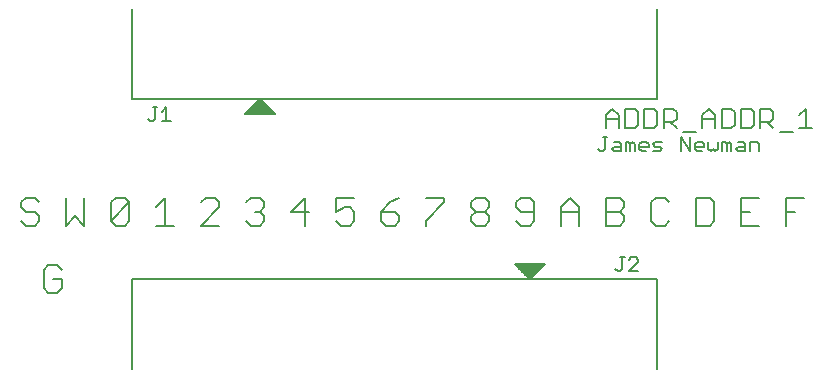
<source format=gto>
G04 Output by ViewMate Deluxe V11.0.9  PentaLogix LLC*
G04 Wed Jul 08 13:39:12 2015*
%FSLAX24Y24*%
%MOIN*%
%IPPOS*%
%ADD16C,0.005118*%
%ADD106C,0.008*%
%ADD107C,0.006*%
%ADD109C,0.005*%

%LPD*%
X0Y0D2*D16*G1X25741Y9895D2*X25741Y10125D1*X5370Y10972D2*X5447Y10895D1*X5523Y10895*X5600Y10972*X5600Y11355*X5677Y11355D2*X5523Y11355D1*X5830Y11202D2*X5984Y11355D1*X5984Y10895*X6137Y10895D2*X5830Y10895D1*X21717Y5895D2*X21410Y5895D1*X21640Y6355D2*X21717Y6279D1*X21717Y6202*X21410Y5895*X20949Y5972D2*X21026Y5895D1*X21103Y5895*X21179Y5972*X21179Y6355*X21256Y6355D2*X21103Y6355D1*X21410Y6279D2*X21486Y6355D1*X21640Y6355*X25434Y10202D2*X25665Y10202D1*X25741Y10125*X25434Y10202D2*X25434Y9895D1*X25051Y10202D2*X25204Y10202D1*X25281Y10125*X24974Y9972D2*X25051Y9895D1*X25281Y9895*X25281Y10125*X25281Y10048D2*X25051Y10048D1*X24974Y9972*X23439Y9895D2*X23132Y10355D1*X24053Y9972D2*X24053Y10202D1*X24514Y10202D2*X24514Y9895D1*X24667Y9895D2*X24667Y10125D1*X24820Y9895D2*X24820Y10125D1*X24744Y10202*X24667Y10125*X24590Y10202*X24514Y10202*X24360Y10202D2*X24360Y9972D1*X24283Y9895*X24207Y9972*X24130Y9895*X24053Y9972*X23823Y9895D2*X23669Y9895D1*X23593Y9972*X23593Y10125*X23593Y10048D2*X23900Y10048D1*X23900Y10125*X23823Y10202*X23669Y10202*X23593Y10125*X23439Y9895D2*X23439Y10355D1*X23132Y10355D2*X23132Y9895D1*X22518Y10202D2*X22288Y10202D1*X22212Y10125*X22288Y10048*X22442Y10048*X22518Y9972*X22442Y9895*X22212Y9895*X21981Y9895D2*X21828Y9895D1*X21751Y9972*X21751Y10048D2*X22058Y10048D1*X22058Y10125*X21981Y10202*X21828Y10202*X21751Y10125*X21751Y9972*X21291Y10202D2*X21291Y9895D1*X21444Y9895D2*X21444Y10125D1*X21598Y9895D2*X21598Y10125D1*X21521Y10202*X21444Y10125*X21368Y10202*X21291Y10202*X20907Y10202D2*X21061Y10202D1*X21137Y10125*X20830Y9972D2*X20907Y9895D1*X21137Y9895*X21137Y10125*X21137Y10048D2*X20907Y10048D1*X20830Y9972*X20370Y9972D2*X20447Y9895D1*X20523Y9895*X20600Y9972*X20600Y10355*X20677Y10355D2*X20523Y10355D1*D106*X26640Y7875D2*X26947Y7875D1*X26640Y7415D2*X26640Y8336D1*X27254Y8336*X25140Y8336D2*X25754Y8336D1*X25447Y7875D2*X25140Y7875D1*X25754Y7415D2*X25140Y7415D1*X25140Y8336*X23640Y8336D2*X23640Y7415D1*X24100Y7415*X24254Y7568*X24254Y8182*X24100Y8336*X23640Y8336*X22754Y8182D2*X22600Y8336D1*X22293Y8336*X22140Y8182*X22140Y7568*X22754Y7568D2*X22600Y7415D1*X22293Y7415*X22140Y7568*X21100Y7875D2*X21254Y8029D1*X21254Y8182*X21100Y8336*X20640Y8336*X20640Y7415*X21100Y7415*X21254Y7568*X21254Y7722*X21100Y7875*X20640Y7875*X19754Y8029D2*X19447Y8336D1*X19140Y8029*X19140Y7415*X19754Y8029D2*X19754Y7415D1*X19140Y7875D2*X19754Y7875D1*X18254Y7875D2*X17793Y7875D1*X17640Y8029*X17640Y8182*X17793Y8336*X18100Y8336*X18254Y8182*X18254Y7568*X18100Y7415*X17793Y7415*X17640Y7568*X16140Y7568D2*X16140Y7722D1*X16293Y7875*X16600Y7875D2*X16754Y8029D1*X16754Y8182*X16600Y8336*X16293Y8336*X16140Y8182*X16140Y8029*X16293Y7875*X16600Y7875*X16754Y7722*X16754Y7568*X16600Y7415*X16293Y7415*X16140Y7568*X14640Y7415D2*X14640Y7568D1*X15254Y8182*X15254Y8336*X14640Y8336*X13754Y8336D2*X13447Y8182D1*X13140Y7875*X13140Y7568*X13293Y7415*X13600Y7415*X13754Y7568*X13754Y7722*X13600Y7875*X13140Y7875*X12254Y8336D2*X11640Y8336D1*X11640Y7875*X11640Y7568D2*X11793Y7415D1*X12100Y7415*X12254Y7568*X12254Y7875*X12100Y8029*X11947Y8029*X11640Y7875*X10140Y7875D2*X10600Y8336D1*X10600Y7415*X10140Y7875D2*X10754Y7875D1*X8640Y8182D2*X8793Y8336D1*X9100Y8336*X9254Y8182*X9254Y8029*X9100Y7875*X8947Y7875D2*X9100Y7875D1*X9254Y7722*X9254Y7568*X9100Y7415*X8793Y7415*X8640Y7568*X7140Y7415D2*X7754Y7415D1*X7140Y8182D2*X7293Y8336D1*X7600Y8336*X7754Y8182*X7754Y8029*X7140Y7415*X5640Y7415D2*X6254Y7415D1*X5947Y7415D2*X5947Y8336D1*X5640Y8029*X4754Y8182D2*X4600Y8336D1*X4293Y8336*X4140Y8182*X4140Y7568D2*X4293Y7415D1*X4600Y7415*X4754Y7568*X4754Y8182*X4140Y7568*X4140Y8182*X1754Y8182D2*X1600Y8336D1*X1293Y8336*X1140Y8182*X1140Y8029*X1293Y7875*X1754Y7568D2*X1754Y7722D1*X1600Y7875*X1293Y7875*X1140Y7568D2*X1293Y7415D1*X1600Y7415*X1754Y7568*X2640Y8336D2*X2640Y7415D1*X3254Y8336D2*X3254Y7415D1*X2947Y7722*X2640Y7415*X2504Y5932D2*X2350Y6086D1*X2043Y6086*X1890Y5932*X1890Y5318*X2043Y5165*X2197Y5625D2*X2504Y5625D1*X2504Y5318*X2350Y5165*X2043Y5165*D107*X20630Y10975D2*X21057Y10975D1*X20630Y10655D2*X20630Y11082D1*X20844Y11296*X21057Y11082*X21057Y10655*X21702Y10762D2*X21702Y11189D1*X21595Y11296*X21275Y11296*X21275Y10655*X21595Y10655*X21702Y10762*X23853Y10975D2*X24280Y10975D1*X22884Y10869D2*X22991Y10975D1*X22991Y11189*X22884Y11296*X22564Y11296*X22564Y10655*X22346Y10762D2*X22239Y10655D1*X21919Y10655*X21919Y11296*X22239Y11296*X22346Y11189*X22346Y10762*X22884Y10869D2*X22564Y10869D1*X22991Y10655D2*X22777Y10869D1*X23635Y10548D2*X23208Y10548D1*X23853Y10655D2*X23853Y11082D1*X24066Y11296*X24280Y11082*X24280Y10655*X24924Y10762D2*X24924Y11189D1*X24818Y11296*X24497Y11296*X24497Y10655*X24818Y10655*X24924Y10762*X27075Y10655D2*X27503Y10655D1*X27289Y10655D2*X27289Y11296D1*X27075Y11082*X26107Y10869D2*X26213Y10975D1*X26213Y11189*X26107Y11296*X25786Y11296*X25786Y10655*X25569Y10762D2*X25462Y10655D1*X25142Y10655*X25142Y11296*X25462Y11296*X25569Y11189*X25569Y10762*X26107Y10869D2*X25786Y10869D1*X26213Y10655D2*X26000Y10869D1*X26858Y10548D2*X26431Y10548D1*D109*X22350Y14625D2*X22350Y11625D1*X4850Y11625*X4850Y14625*X9073Y11598D2*X9127Y11598D1*X9176Y11549D2*X9024Y11549D1*X8976Y11501D2*X9224Y11501D1*X9273Y11452D2*X8927Y11452D1*X8879Y11404D2*X9321Y11404D1*X9370Y11355D2*X8830Y11355D1*X8782Y11307D2*X9418Y11307D1*X9467Y11258D2*X8733Y11258D1*X8685Y11210D2*X9515Y11210D1*X9564Y11161D2*X8636Y11161D1*X9600Y11125D2*X8600Y11125D1*X9100Y11625*X9600Y11125*X18107Y5632D2*X18093Y5632D1*X18044Y5681D2*X18156Y5681D1*X18204Y5729D2*X17996Y5729D1*X17947Y5778D2*X18253Y5778D1*X18301Y5826D2*X17899Y5826D1*X17850Y5875D2*X18350Y5875D1*X18398Y5923D2*X17802Y5923D1*X17753Y5972D2*X18447Y5972D1*X18495Y6020D2*X17705Y6020D1*X17656Y6069D2*X18544Y6069D1*X18592Y6117D2*X17608Y6117D1*X18600Y6125D2*X17600Y6125D1*X18100Y5625*X18600Y6125*X22350Y2625D2*X22350Y5625D1*X4850Y5625*X4850Y2625*X0Y0D2*M02*
</source>
